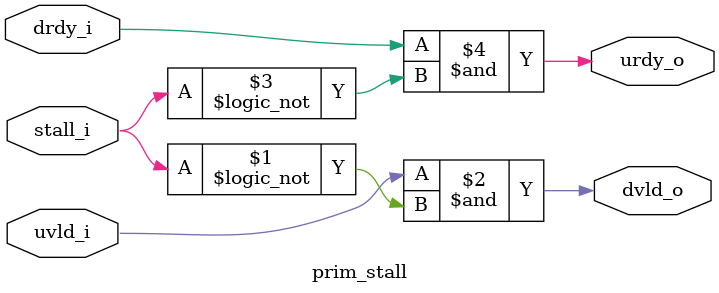
<source format=sv>
`ifdef VERILATOR_LINT
    `default_nettype none
`endif

module prim_stall (
    input   logic stall_i,
    output  logic urdy_o,
    input   logic uvld_i,
    input   logic drdy_i,
    output  logic dvld_o
);
    assign dvld_o = uvld_i & !stall_i;
    assign urdy_o = drdy_i & !stall_i;
endmodule

</source>
